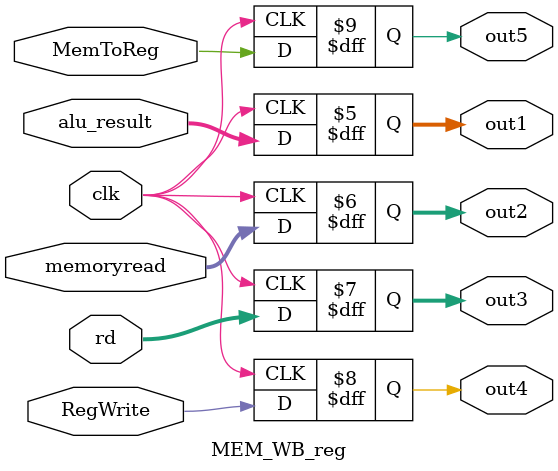
<source format=v>
module MEM_WB_reg(clk, alu_result, memoryread, rd, RegWrite, MemToReg, out1, out2, out3,out4,out5);

input clk, RegWrite, MemToReg;
input [31:0] alu_result, memoryread;
input [4:0] rd;
output [31:0] out1, out2;
reg [31:0] out1, out2=0;
output [4:0] out3;
reg [4:0] out3=0;
output out4, out5;
reg out4, out5=0;




always@(posedge clk)
begin
out1<=alu_result;
out2<=memoryread;
out3<=rd;
out4<=RegWrite;
out5<=MemToReg;
end
endmodule
</source>
